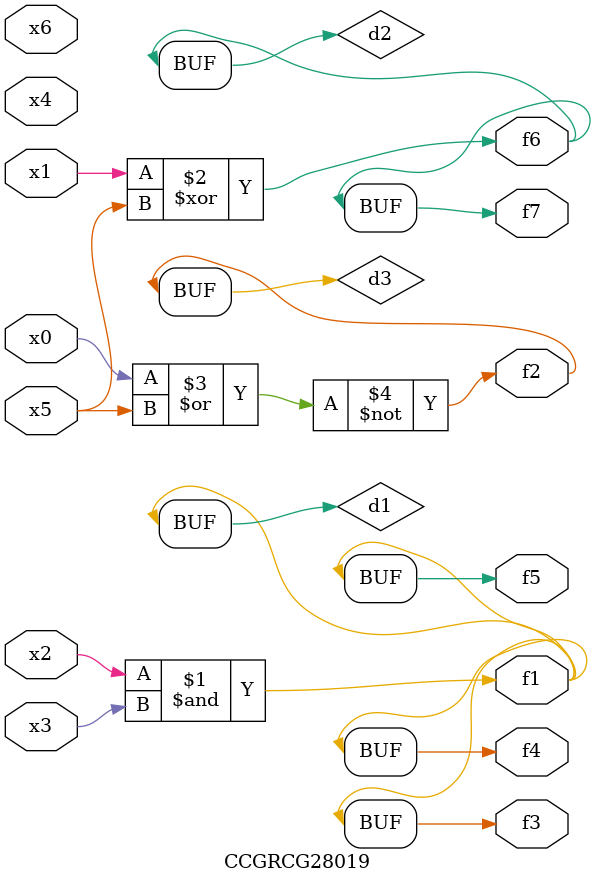
<source format=v>
module CCGRCG28019(
	input x0, x1, x2, x3, x4, x5, x6,
	output f1, f2, f3, f4, f5, f6, f7
);

	wire d1, d2, d3;

	and (d1, x2, x3);
	xor (d2, x1, x5);
	nor (d3, x0, x5);
	assign f1 = d1;
	assign f2 = d3;
	assign f3 = d1;
	assign f4 = d1;
	assign f5 = d1;
	assign f6 = d2;
	assign f7 = d2;
endmodule

</source>
